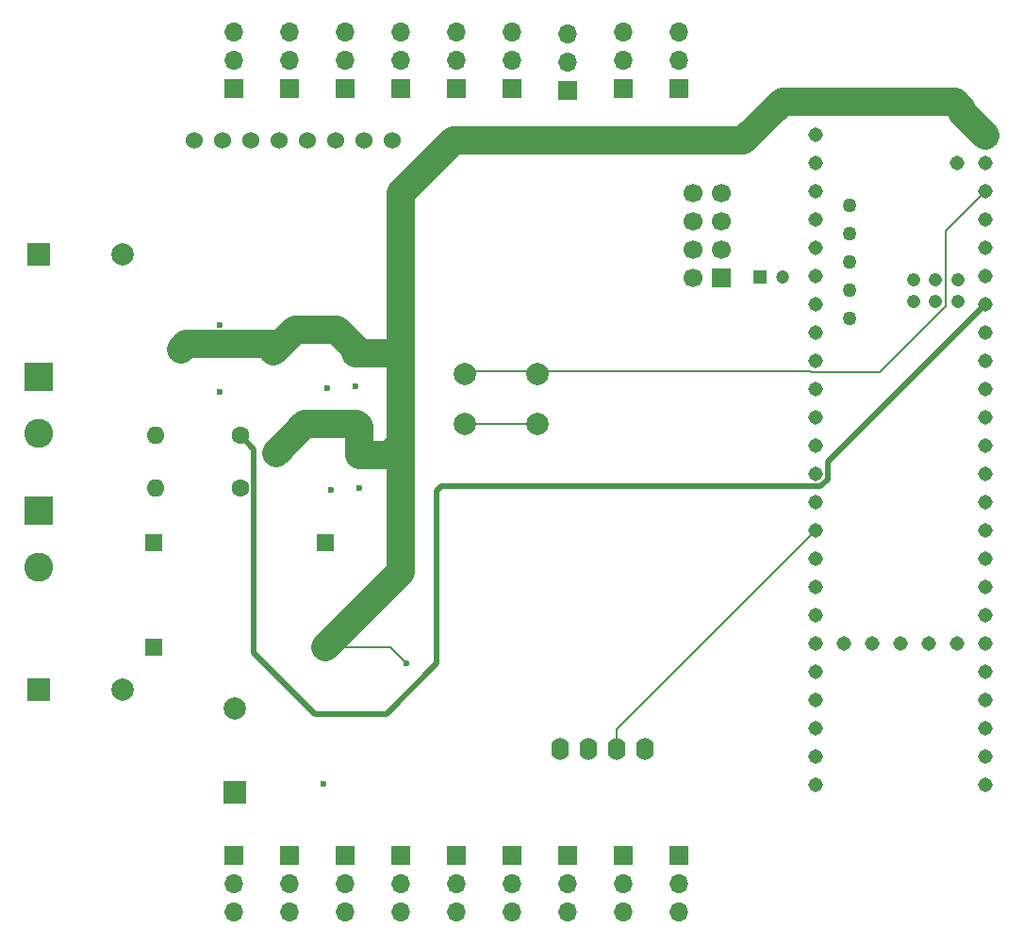
<source format=gbr>
%TF.GenerationSoftware,KiCad,Pcbnew,8.0.7*%
%TF.CreationDate,2025-07-19T14:15:59-04:00*%
%TF.ProjectId,Hexapod V2,48657861-706f-4642-9056-322e6b696361,rev?*%
%TF.SameCoordinates,Original*%
%TF.FileFunction,Copper,L4,Bot*%
%TF.FilePolarity,Positive*%
%FSLAX46Y46*%
G04 Gerber Fmt 4.6, Leading zero omitted, Abs format (unit mm)*
G04 Created by KiCad (PCBNEW 8.0.7) date 2025-07-19 14:15:59*
%MOMM*%
%LPD*%
G01*
G04 APERTURE LIST*
%TA.AperFunction,ComponentPad*%
%ADD10O,1.600000X2.000000*%
%TD*%
%TA.AperFunction,ComponentPad*%
%ADD11R,1.700000X1.700000*%
%TD*%
%TA.AperFunction,ComponentPad*%
%ADD12O,1.700000X1.700000*%
%TD*%
%TA.AperFunction,ComponentPad*%
%ADD13R,2.600000X2.600000*%
%TD*%
%TA.AperFunction,ComponentPad*%
%ADD14C,2.600000*%
%TD*%
%TA.AperFunction,ComponentPad*%
%ADD15R,2.000000X2.000000*%
%TD*%
%TA.AperFunction,ComponentPad*%
%ADD16C,2.000000*%
%TD*%
%TA.AperFunction,ComponentPad*%
%ADD17C,1.308000*%
%TD*%
%TA.AperFunction,ComponentPad*%
%ADD18C,1.258000*%
%TD*%
%TA.AperFunction,ComponentPad*%
%ADD19C,1.208000*%
%TD*%
%TA.AperFunction,ComponentPad*%
%ADD20R,1.200000X1.200000*%
%TD*%
%TA.AperFunction,ComponentPad*%
%ADD21C,1.200000*%
%TD*%
%TA.AperFunction,ComponentPad*%
%ADD22C,1.600000*%
%TD*%
%TA.AperFunction,ComponentPad*%
%ADD23O,1.600000X1.600000*%
%TD*%
%TA.AperFunction,ComponentPad*%
%ADD24C,1.524000*%
%TD*%
%TA.AperFunction,ComponentPad*%
%ADD25R,1.524000X1.524000*%
%TD*%
%TA.AperFunction,ComponentPad*%
%ADD26C,1.700000*%
%TD*%
%TA.AperFunction,ViaPad*%
%ADD27C,0.600000*%
%TD*%
%TA.AperFunction,Conductor*%
%ADD28C,2.500000*%
%TD*%
%TA.AperFunction,Conductor*%
%ADD29C,0.200000*%
%TD*%
%TA.AperFunction,Conductor*%
%ADD30C,0.500000*%
%TD*%
G04 APERTURE END LIST*
D10*
%TO.P,SSD1306,1*%
%TO.N,GND*%
X134420000Y-107450000D03*
%TO.P,SSD1306,2*%
%TO.N,+3.3V*%
X131880000Y-107450000D03*
%TO.P,SSD1306,3*%
%TO.N,N/C*%
X129340000Y-107450000D03*
%TO.P,SSD1306,4*%
X126800000Y-107450000D03*
%TD*%
D11*
%TO.P,T4,1,Pin_1*%
%TO.N,GND*%
X102500000Y-48080000D03*
D12*
%TO.P,T4,2,Pin_2*%
%TO.N,VIN*%
X102500000Y-45540000D03*
%TO.P,T4,3,Pin_3*%
%TO.N,S8*%
X102500000Y-43000000D03*
%TD*%
D13*
%TO.P,J3,1,Pin_1*%
%TO.N,VIN*%
X80000000Y-86000000D03*
D14*
%TO.P,J3,2,Pin_2*%
X80000000Y-91080000D03*
%TD*%
D11*
%TO.P,C44,1,Pin_1*%
%TO.N,GND*%
X132500000Y-48080000D03*
D12*
%TO.P,C44,2,Pin_2*%
%TO.N,VIN*%
X132500000Y-45540000D03*
%TO.P,C44,3,Pin_3*%
%TO.N,S2*%
X132500000Y-43000000D03*
%TD*%
D11*
%TO.P,T2,1,Pin_1*%
%TO.N,GND*%
X107500000Y-48080000D03*
D12*
%TO.P,T2,2,Pin_2*%
%TO.N,VIN*%
X107500000Y-45540000D03*
%TO.P,T2,3,Pin_3*%
%TO.N,S7*%
X107500000Y-43000000D03*
%TD*%
D11*
%TO.P,T5,1,Pin_1*%
%TO.N,GND*%
X137500000Y-117000000D03*
D12*
%TO.P,T5,2,Pin_2*%
%TO.N,VIN*%
X137500000Y-119540000D03*
%TO.P,T5,3,Pin_3*%
%TO.N,S10*%
X137500000Y-122080000D03*
%TD*%
D11*
%TO.P,F1,1,Pin_1*%
%TO.N,GND*%
X112500000Y-117000000D03*
D12*
%TO.P,F1,2,Pin_2*%
%TO.N,VIN*%
X112500000Y-119540000D03*
%TO.P,F1,3,Pin_3*%
%TO.N,S15*%
X112500000Y-122080000D03*
%TD*%
D11*
%TO.P,C33,1,Pin_1*%
%TO.N,GND*%
X102500000Y-117000000D03*
D12*
%TO.P,C33,2,Pin_2*%
%TO.N,VIN*%
X102500000Y-119540000D03*
%TO.P,C33,3,Pin_3*%
%TO.N,S17*%
X102500000Y-122080000D03*
%TD*%
D11*
%TO.P,F4,1,Pin_1*%
%TO.N,GND*%
X117500000Y-48080000D03*
D12*
%TO.P,F4,2,Pin_2*%
%TO.N,VIN*%
X117500000Y-45540000D03*
%TO.P,F4,3,Pin_3*%
%TO.N,S5*%
X117500000Y-43000000D03*
%TD*%
D15*
%TO.P,C8,1*%
%TO.N,GND*%
X80000000Y-63000000D03*
D16*
%TO.P,C8,2*%
%TO.N,VIN*%
X87500000Y-63000000D03*
%TD*%
D17*
%TO.P,U4,0,RX1*%
%TO.N,S1*%
X149750000Y-54790000D03*
%TO.P,U4,1,TX1*%
%TO.N,S2*%
X149750000Y-57330000D03*
%TO.P,U4,2,OUT2*%
%TO.N,S3*%
X149750000Y-59870000D03*
%TO.P,U4,3,LRCLK2*%
%TO.N,S4*%
X149750000Y-62410000D03*
%TO.P,U4,3.3V_1,3.3V*%
%TO.N,+3.3V*%
X149750000Y-87810000D03*
%TO.P,U4,3.3V_2,3.3V*%
X164990000Y-57330000D03*
%TO.P,U4,3.3V_3,3.3V*%
X154830000Y-97970000D03*
%TO.P,U4,4,BCLK2*%
%TO.N,S5*%
X149750000Y-64950000D03*
%TO.P,U4,5,IN2*%
%TO.N,S6*%
X149750000Y-67490000D03*
D18*
%TO.P,U4,5V,5V*%
%TO.N,+5V*%
X152800000Y-58600000D03*
D17*
%TO.P,U4,6,OUT1D*%
%TO.N,S7*%
X149750000Y-70030000D03*
%TO.P,U4,7,RX2*%
%TO.N,S8*%
X149750000Y-72570000D03*
%TO.P,U4,8,TX2*%
%TO.N,S9*%
X149750000Y-75110000D03*
%TO.P,U4,9,OUT1C*%
%TO.N,N/C*%
X149750000Y-77650000D03*
%TO.P,U4,10,CS1*%
%TO.N,CSN*%
X149750000Y-80190000D03*
%TO.P,U4,11,MOSI*%
%TO.N,MOSI*%
X149750000Y-82730000D03*
%TO.P,U4,12,MISO*%
%TO.N,MISO*%
X149750000Y-85270000D03*
%TO.P,U4,13,SCK*%
%TO.N,SCK*%
X164990000Y-85270000D03*
%TO.P,U4,14,A0*%
%TO.N,S13*%
X164990000Y-82730000D03*
%TO.P,U4,15,A1*%
%TO.N,S14*%
X164990000Y-80190000D03*
%TO.P,U4,16,A2*%
%TO.N,Current Reading*%
X164990000Y-77650000D03*
%TO.P,U4,17,A3*%
%TO.N,N/C*%
X164990000Y-75110000D03*
%TO.P,U4,18,A4*%
%TO.N,S15*%
X164990000Y-72570000D03*
%TO.P,U4,19,A5*%
%TO.N,S16*%
X164990000Y-70030000D03*
%TO.P,U4,20,A6*%
%TO.N,VD Reading*%
X164990000Y-67490000D03*
%TO.P,U4,21,A7*%
%TO.N,unconnected-(U4-A7-Pad21)*%
X164990000Y-64950000D03*
%TO.P,U4,22,A8*%
%TO.N,S17*%
X164990000Y-62410000D03*
%TO.P,U4,23,A9*%
%TO.N,S18*%
X164990000Y-59870000D03*
%TO.P,U4,24,A10*%
%TO.N,SCL*%
X149750000Y-90350000D03*
%TO.P,U4,25,A11*%
%TO.N,SDA*%
X149750000Y-92890000D03*
%TO.P,U4,26,A12*%
%TO.N,CE*%
X149750000Y-95430000D03*
%TO.P,U4,27,A13*%
%TO.N,Buzzer*%
X149750000Y-97970000D03*
%TO.P,U4,28,RX7*%
%TO.N,Button*%
X149750000Y-100510000D03*
%TO.P,U4,29,TX7*%
%TO.N,unconnected-(U4-TX7-Pad29)*%
X149750000Y-103050000D03*
%TO.P,U4,30,CRX3*%
%TO.N,LED1*%
X149750000Y-105590000D03*
%TO.P,U4,31,CTX3*%
%TO.N,LED2*%
X149750000Y-108130000D03*
%TO.P,U4,32,OUT1B*%
%TO.N,unconnected-(U4-OUT1B-Pad32)*%
X149750000Y-110670000D03*
%TO.P,U4,33,MCLK2*%
%TO.N,S10*%
X164990000Y-110670000D03*
%TO.P,U4,34,RX8*%
%TO.N,unconnected-(U4-RX8-Pad34)*%
X164990000Y-108130000D03*
%TO.P,U4,35,TX8*%
%TO.N,unconnected-(U4-TX8-Pad35)*%
X164990000Y-105590000D03*
%TO.P,U4,36,CS2*%
%TO.N,S11*%
X164990000Y-103050000D03*
%TO.P,U4,37,CS3*%
%TO.N,S12*%
X164990000Y-100510000D03*
%TO.P,U4,38,A14*%
%TO.N,unconnected-(U4-A14-Pad38)*%
X164990000Y-97970000D03*
%TO.P,U4,39,A15*%
%TO.N,unconnected-(U4-A15-Pad39)*%
X164990000Y-95430000D03*
%TO.P,U4,40,A16*%
%TO.N,unconnected-(U4-A16-Pad40)*%
X164990000Y-92890000D03*
%TO.P,U4,41,A17*%
%TO.N,unconnected-(U4-A17-Pad41)*%
X164990000Y-90350000D03*
D18*
%TO.P,U4,D+,D+*%
%TO.N,unconnected-(U4-PadD+)*%
X152800000Y-63680000D03*
%TO.P,U4,D-,D-*%
%TO.N,unconnected-(U4-PadD-)*%
X152800000Y-61140000D03*
D17*
%TO.P,U4,GND1,GND*%
%TO.N,GND*%
X149750000Y-52250000D03*
%TO.P,U4,GND2,GND*%
X164990000Y-87810000D03*
%TO.P,U4,GND3,GND*%
X164990000Y-54790000D03*
%TO.P,U4,GND4,GND*%
X157370000Y-97970000D03*
D19*
%TO.P,U4,GND5,GND*%
X160540000Y-67220000D03*
%TO.P,U4,LED,LED*%
%TO.N,unconnected-(U4-PadLED)*%
X160540000Y-65220000D03*
D17*
%TO.P,U4,ON/OFF,ON/OFF*%
%TO.N,unconnected-(U4-PadON{slash}OFF)*%
X162450000Y-97970000D03*
%TO.P,U4,PROGRAM,PROGRAM*%
%TO.N,unconnected-(U4-PadPROGRAM)*%
X159910000Y-97970000D03*
D19*
%TO.P,U4,R+,R+*%
%TO.N,unconnected-(U4-PadR+)*%
X162540000Y-65220000D03*
%TO.P,U4,R-,R-*%
%TO.N,unconnected-(U4-PadR-)*%
X162540000Y-67220000D03*
%TO.P,U4,T+,T+*%
%TO.N,unconnected-(U4-PadT+)*%
X158540000Y-67220000D03*
%TO.P,U4,T-,T-*%
%TO.N,unconnected-(U4-PadT-)*%
X158540000Y-65220000D03*
D18*
%TO.P,U4,USB_GND1,USB_GND*%
%TO.N,Net-(U4-USB_GND-PadUSB_GND1)*%
X152800000Y-66220000D03*
%TO.P,U4,USB_GND2,USB_GND*%
X152800000Y-68760000D03*
D17*
%TO.P,U4,VBAT,VBAT*%
%TO.N,unconnected-(U4-PadVBAT)*%
X152290000Y-97970000D03*
%TO.P,U4,VIN,VIN*%
%TO.N,+5V*%
X164990000Y-52250000D03*
%TO.P,U4,VUSB,VUSB*%
%TO.N,unconnected-(U4-PadVUSB)*%
X162450000Y-54790000D03*
%TD*%
D11*
%TO.P,F5,1,Pin_1*%
%TO.N,GND*%
X122500000Y-117000000D03*
D12*
%TO.P,F5,2,Pin_2*%
%TO.N,VIN*%
X122500000Y-119540000D03*
%TO.P,F5,3,Pin_3*%
%TO.N,S13*%
X122500000Y-122080000D03*
%TD*%
D11*
%TO.P,F3,1,Pin_1*%
%TO.N,GND*%
X117500000Y-117000000D03*
D12*
%TO.P,F3,2,Pin_2*%
%TO.N,VIN*%
X117500000Y-119540000D03*
%TO.P,F3,3,Pin_3*%
%TO.N,S14*%
X117500000Y-122080000D03*
%TD*%
D11*
%TO.P,F2,1,Pin_1*%
%TO.N,GND*%
X122500000Y-48080000D03*
D12*
%TO.P,F2,2,Pin_2*%
%TO.N,VIN*%
X122500000Y-45540000D03*
%TO.P,F2,3,Pin_3*%
%TO.N,S4*%
X122500000Y-43000000D03*
%TD*%
D11*
%TO.P,T1,1,Pin_1*%
%TO.N,GND*%
X127500000Y-117000000D03*
D12*
%TO.P,T1,2,Pin_2*%
%TO.N,VIN*%
X127500000Y-119540000D03*
%TO.P,T1,3,Pin_3*%
%TO.N,S12*%
X127500000Y-122080000D03*
%TD*%
D11*
%TO.P,F6,1,Pin_1*%
%TO.N,GND*%
X112500000Y-48080000D03*
D12*
%TO.P,F6,2,Pin_2*%
%TO.N,VIN*%
X112500000Y-45540000D03*
%TO.P,F6,3,Pin_3*%
%TO.N,S6*%
X112500000Y-43000000D03*
%TD*%
D20*
%TO.P,C1,1*%
%TO.N,+3.3V*%
X144750000Y-65000000D03*
D21*
%TO.P,C1,2*%
%TO.N,GND*%
X146750000Y-65000000D03*
%TD*%
D11*
%TO.P,C55,1,Pin_1*%
%TO.N,GND*%
X107500000Y-117000000D03*
D12*
%TO.P,C55,2,Pin_2*%
%TO.N,VIN*%
X107500000Y-119540000D03*
%TO.P,C55,3,Pin_3*%
%TO.N,S16*%
X107500000Y-122080000D03*
%TD*%
D11*
%TO.P,C11,1,Pin_1*%
%TO.N,GND*%
X97500000Y-117000000D03*
D12*
%TO.P,C11,2,Pin_2*%
%TO.N,VIN*%
X97500000Y-119540000D03*
%TO.P,C11,3,Pin_3*%
%TO.N,S18*%
X97500000Y-122080000D03*
%TD*%
D11*
%TO.P,C44,1,Pin_1*%
%TO.N,GND*%
X127500000Y-48250000D03*
D12*
%TO.P,C44,2,Pin_2*%
%TO.N,VIN*%
X127500000Y-45710000D03*
%TO.P,C44,3,Pin_3*%
%TO.N,S3*%
X127500000Y-43170000D03*
%TD*%
D22*
%TO.P,R3,1*%
%TO.N,GND*%
X98060000Y-84000000D03*
D23*
%TO.P,R3,2*%
%TO.N,VD Reading*%
X90440000Y-84000000D03*
%TD*%
D11*
%TO.P,T3,1,Pin_1*%
%TO.N,GND*%
X132500000Y-117000000D03*
D12*
%TO.P,T3,2,Pin_2*%
%TO.N,VIN*%
X132500000Y-119540000D03*
%TO.P,T3,3,Pin_3*%
%TO.N,S11*%
X132500000Y-122080000D03*
%TD*%
D15*
%TO.P,BZ1,1,+*%
%TO.N,Buzzer*%
X97600000Y-111350000D03*
D16*
%TO.P,BZ1,2,-*%
%TO.N,GND*%
X97600000Y-103750000D03*
%TD*%
D24*
%TO.P,U2,1,VCC*%
%TO.N,+3.3V*%
X111763000Y-52765000D03*
%TO.P,U2,2,GND*%
%TO.N,GND*%
X109223000Y-52765000D03*
%TO.P,U2,3,SCL*%
%TO.N,SCL*%
X106683000Y-52765000D03*
%TO.P,U2,4,SDA*%
%TO.N,SDA*%
X104143000Y-52765000D03*
%TO.P,U2,5,XDA*%
%TO.N,unconnected-(U2-XDA-Pad5)*%
X101603000Y-52765000D03*
%TO.P,U2,6,XCL*%
%TO.N,unconnected-(U2-XCL-Pad6)*%
X99063000Y-52765000D03*
%TO.P,U2,7,ADD*%
%TO.N,unconnected-(U2-ADD-Pad7)*%
X96523000Y-52765000D03*
%TO.P,U2,8,INT*%
%TO.N,unconnected-(U2-INT-Pad8)*%
X93983000Y-52765000D03*
%TD*%
D13*
%TO.P,J2,1,Pin_1*%
%TO.N,GND*%
X80000000Y-74000000D03*
D14*
%TO.P,J2,2,Pin_2*%
%TO.N,VIN*%
X80000000Y-79080000D03*
%TD*%
D25*
%TO.P,U5,1*%
%TO.N,GND*%
X105700000Y-88900000D03*
%TO.P,U5,2*%
%TO.N,+5V*%
X105700000Y-98300000D03*
%TO.P,U5,3*%
%TO.N,GND*%
X90300000Y-88900000D03*
%TO.P,U5,4*%
%TO.N,VIN*%
X90300000Y-98300000D03*
%TD*%
D11*
%TO.P,C22,1,Pin_1*%
%TO.N,GND*%
X137500000Y-48080000D03*
D12*
%TO.P,C22,2,Pin_2*%
%TO.N,VIN*%
X137500000Y-45540000D03*
%TO.P,C22,3,Pin_3*%
%TO.N,S1*%
X137500000Y-43000000D03*
%TD*%
D11*
%TO.P,T6,1,Pin_1*%
%TO.N,GND*%
X97500000Y-48080000D03*
D12*
%TO.P,T6,2,Pin_2*%
%TO.N,VIN*%
X97500000Y-45540000D03*
%TO.P,T6,3,Pin_3*%
%TO.N,S9*%
X97500000Y-43000000D03*
%TD*%
D15*
%TO.P,C9,1*%
%TO.N,GND*%
X80000000Y-102080000D03*
D16*
%TO.P,C9,2*%
%TO.N,VIN*%
X87500000Y-102080000D03*
%TD*%
D22*
%TO.P,R4,1*%
%TO.N,VD Reading*%
X98060000Y-79250000D03*
D23*
%TO.P,R4,2*%
%TO.N,VIN*%
X90440000Y-79250000D03*
%TD*%
D11*
%TO.P,U3,1*%
%TO.N,GND*%
X141289500Y-65125000D03*
D26*
%TO.P,U3,2*%
%TO.N,+3.3V*%
X138749500Y-65125000D03*
%TO.P,U3,3*%
%TO.N,CE*%
X141289500Y-62585000D03*
%TO.P,U3,4*%
%TO.N,CSN*%
X138749500Y-62585000D03*
%TO.P,U3,5*%
%TO.N,SCK*%
X141289500Y-60045000D03*
%TO.P,U3,6*%
%TO.N,MOSI*%
X138749500Y-60045000D03*
%TO.P,U3,7*%
%TO.N,MISO*%
X141289500Y-57505000D03*
%TO.P,U3,8*%
%TO.N,N/C*%
X138749500Y-57505000D03*
%TD*%
D16*
%TO.P,REF\u002A\u002A,2*%
%TO.N,Button*%
X124750000Y-78250000D03*
X118250000Y-78250000D03*
%TO.P,REF\u002A\u002A,1*%
%TO.N,+3.3V*%
X124750000Y-73750000D03*
X118250000Y-73750000D03*
%TD*%
D27*
%TO.N,GND*%
X105525000Y-110560000D03*
X96275000Y-75365000D03*
X96250000Y-69300000D03*
X108750000Y-83975000D03*
X108450000Y-74825000D03*
X106200000Y-84150000D03*
X105900000Y-75000000D03*
%TO.N,+5V*%
X101325000Y-80825000D03*
X101025000Y-71725000D03*
X108750000Y-81000000D03*
X108450000Y-71875000D03*
X113000000Y-99750000D03*
X96250000Y-71200000D03*
X92750000Y-71500000D03*
%TD*%
D28*
%TO.N,+5V*%
X101700000Y-71050000D02*
X103000000Y-69750000D01*
X93200000Y-71050000D02*
X101700000Y-71050000D01*
X92750000Y-71500000D02*
X93200000Y-71050000D01*
D29*
X113000000Y-99750000D02*
X111550000Y-98300000D01*
X111550000Y-98300000D02*
X105700000Y-98300000D01*
D30*
%TO.N,VD Reading*%
X150854000Y-83187292D02*
X150854000Y-81626000D01*
X150207292Y-83834000D02*
X150854000Y-83187292D01*
X150854000Y-81626000D02*
X164990000Y-67490000D01*
X116166000Y-83834000D02*
X150207292Y-83834000D01*
X115750000Y-84250000D02*
X116166000Y-83834000D01*
X115750000Y-99750000D02*
X115750000Y-84250000D01*
X104750000Y-104250000D02*
X111250000Y-104250000D01*
X111250000Y-104250000D02*
X115750000Y-99750000D01*
X99310000Y-98810000D02*
X104750000Y-104250000D01*
X99310000Y-80500000D02*
X99310000Y-98810000D01*
X98060000Y-79250000D02*
X99310000Y-80500000D01*
D29*
%TO.N,Button*%
X118250000Y-78250000D02*
X124750000Y-78250000D01*
%TO.N,+3.3V*%
X118500000Y-73500000D02*
X118250000Y-73750000D01*
X149354840Y-73524000D02*
X149330840Y-73500000D01*
X155514450Y-73524000D02*
X149354840Y-73524000D01*
X161444000Y-60876000D02*
X161444000Y-67594450D01*
X161444000Y-67594450D02*
X155514450Y-73524000D01*
X149330840Y-73500000D02*
X118500000Y-73500000D01*
X164990000Y-57330000D02*
X161444000Y-60876000D01*
X131880000Y-105680000D02*
X149750000Y-87810000D01*
X131880000Y-107450000D02*
X131880000Y-105680000D01*
D28*
%TO.N,+5V*%
X112500000Y-71750000D02*
X112375000Y-71875000D01*
X162896000Y-49896000D02*
X162250000Y-49250000D01*
X112500000Y-57500000D02*
X112500000Y-71750000D01*
X108750000Y-78500000D02*
X108500000Y-78250000D01*
X117250000Y-52750000D02*
X112500000Y-57500000D01*
X112500000Y-71750000D02*
X112500000Y-80000000D01*
X108500000Y-78250000D02*
X103900000Y-78250000D01*
X108750000Y-81000000D02*
X108750000Y-78500000D01*
X112375000Y-71875000D02*
X108450000Y-71875000D01*
X162896000Y-50186000D02*
X162896000Y-49896000D01*
X143250000Y-52750000D02*
X117250000Y-52750000D01*
X103900000Y-78250000D02*
X101325000Y-80825000D01*
X162250000Y-49250000D02*
X146750000Y-49250000D01*
X108450000Y-71450000D02*
X106750000Y-69750000D01*
X101325000Y-80825000D02*
X101300000Y-80850000D01*
X111475000Y-81025000D02*
X108750000Y-81025000D01*
X165000000Y-52290000D02*
X162896000Y-50186000D01*
X106750000Y-69750000D02*
X103000000Y-69750000D01*
X108450000Y-71875000D02*
X108450000Y-71450000D01*
X108750000Y-81025000D02*
X108750000Y-81000000D01*
X112500000Y-80000000D02*
X111475000Y-81025000D01*
X146750000Y-49250000D02*
X143250000Y-52750000D01*
X112500000Y-80000000D02*
X112500000Y-91500000D01*
X103000000Y-69750000D02*
X101025000Y-71725000D01*
X112500000Y-91500000D02*
X105700000Y-98300000D01*
%TD*%
M02*

</source>
